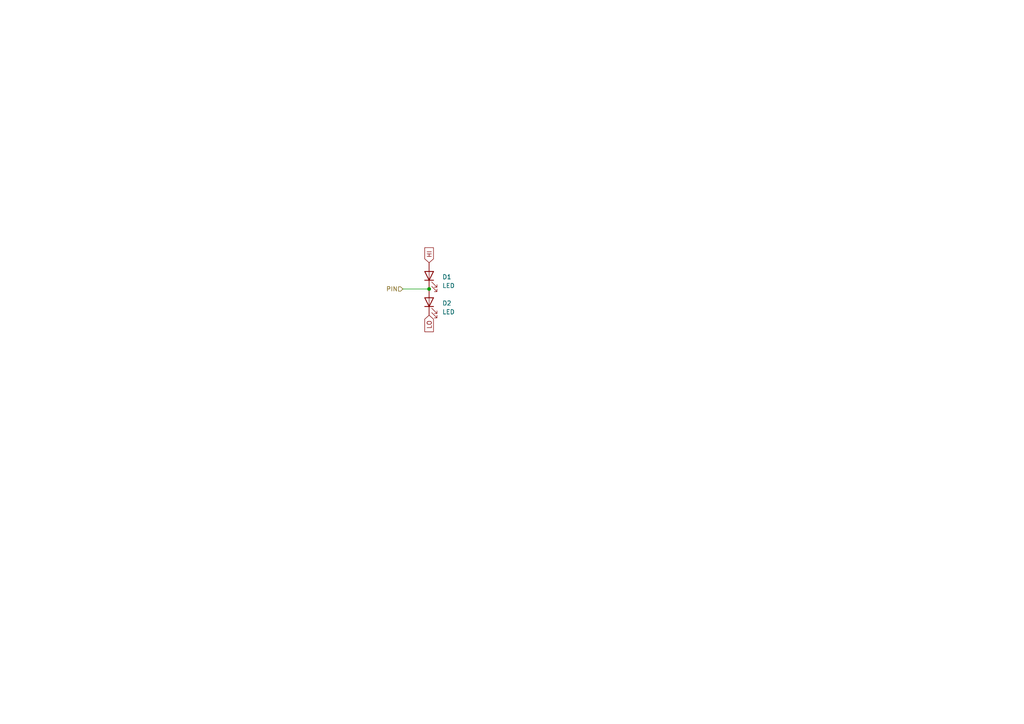
<source format=kicad_sch>
(kicad_sch (version 20211123) (generator eeschema)
  (paper "A4")
  (lib_symbols
    (symbol "Device:LED" (pin_numbers hide) (pin_names (offset 1.016) hide)
      (property "Reference" "D" (at 0 2.54 0))
      (property "Value" "LED" (at 0 -2.54 0))
      (symbol "LED_0_1"
        (polyline (pts (xy -1.27 -1.27) (xy -1.27 1.27)) (stroke (width 0.254)))
        (polyline (pts (xy -1.27 0) (xy 1.27 0)))
        (polyline (pts (xy 1.27 -1.27) (xy 1.27 1.27) (xy -1.27 0) (xy 1.27 -1.27)) (stroke (width 0.254)))
        (polyline (pts (xy -3.048 -0.762) (xy -4.572 -2.286) (xy -3.81 -2.286) (xy -4.572 -2.286) (xy -4.572 -1.524)))
        (polyline (pts (xy -1.778 -0.762) (xy -3.302 -2.286) (xy -2.54 -2.286) (xy -3.302 -2.286) (xy -3.302 -1.524)))
      )
      (symbol "LED_1_1"
        (pin passive line (at -3.81 0 0) (length 2.54) (name "K") (number "1"))
        (pin passive line (at 3.81 0 180) (length 2.54) (name "A") (number "2"))
      )
    )
  )
  (junction (at 124.46 83.82))
  (wire (pts (xy 116.84 83.82) (xy 124.46 83.82)))
  (global_label "HI" (shape input) (at 124.46 76.2 90) (property "Intersheet References" "${INTERSHEET_REFS}" (effects hide)))
  (global_label "LO" (shape input) (at 124.46 91.44 270) (property "Intersheet References" "${INTERSHEET_REFS}" (effects hide)))
  (hierarchical_label "PIN" (shape input) (at 116.84 83.82 180))
  (symbol (lib_id "Device:LED") (at 124.46 80.01 90) (unit 1)
    (property "Reference" "D1" (at 128.27 80.3274 90) (effects (justify right)))
    (property "Value" "LED" (at 128.27 82.8674 90) (effects (justify right)))
    (property "Footprint" "LED_SMD:LED_0603_1608Metric" (effects hide))
  )
  (symbol (lib_id "Device:LED") (at 124.46 87.63 90) (unit 1)
    (property "Reference" "D2" (at 128.27 87.9474 90) (effects (justify right)))
    (property "Value" "LED" (at 128.27 90.4874 90) (effects (justify right)))
    (property "Footprint" "LED_SMD:LED_0603_1608Metric" (effects hide))
  )
)
</source>
